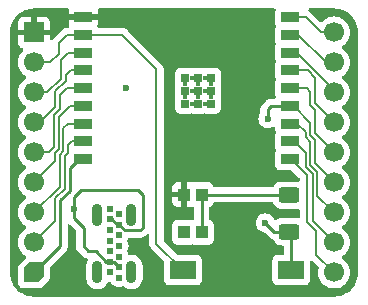
<source format=gbr>
%TF.GenerationSoftware,KiCad,Pcbnew,8.0.4*%
%TF.CreationDate,2024-07-30T11:12:02-04:00*%
%TF.ProjectId,esp32-c3-wroom-socket,65737033-322d-4633-932d-77726f6f6d2d,rev?*%
%TF.SameCoordinates,Original*%
%TF.FileFunction,Copper,L1,Top*%
%TF.FilePolarity,Positive*%
%FSLAX46Y46*%
G04 Gerber Fmt 4.6, Leading zero omitted, Abs format (unit mm)*
G04 Created by KiCad (PCBNEW 8.0.4) date 2024-07-30 11:12:02*
%MOMM*%
%LPD*%
G01*
G04 APERTURE LIST*
G04 Aperture macros list*
%AMRoundRect*
0 Rectangle with rounded corners*
0 $1 Rounding radius*
0 $2 $3 $4 $5 $6 $7 $8 $9 X,Y pos of 4 corners*
0 Add a 4 corners polygon primitive as box body*
4,1,4,$2,$3,$4,$5,$6,$7,$8,$9,$2,$3,0*
0 Add four circle primitives for the rounded corners*
1,1,$1+$1,$2,$3*
1,1,$1+$1,$4,$5*
1,1,$1+$1,$6,$7*
1,1,$1+$1,$8,$9*
0 Add four rect primitives between the rounded corners*
20,1,$1+$1,$2,$3,$4,$5,0*
20,1,$1+$1,$4,$5,$6,$7,0*
20,1,$1+$1,$6,$7,$8,$9,0*
20,1,$1+$1,$8,$9,$2,$3,0*%
%AMOutline5P*
0 Free polygon, 5 corners , with rotation*
0 The origin of the aperture is its center*
0 number of corners: always 5*
0 $1 to $10 corner X, Y*
0 $11 Rotation angle, in degrees counterclockwise*
0 create outline with 5 corners*
4,1,5,$1,$2,$3,$4,$5,$6,$7,$8,$9,$10,$1,$2,$11*%
%AMOutline6P*
0 Free polygon, 6 corners , with rotation*
0 The origin of the aperture is its center*
0 number of corners: always 6*
0 $1 to $12 corner X, Y*
0 $13 Rotation angle, in degrees counterclockwise*
0 create outline with 6 corners*
4,1,6,$1,$2,$3,$4,$5,$6,$7,$8,$9,$10,$11,$12,$1,$2,$13*%
%AMOutline7P*
0 Free polygon, 7 corners , with rotation*
0 The origin of the aperture is its center*
0 number of corners: always 7*
0 $1 to $14 corner X, Y*
0 $15 Rotation angle, in degrees counterclockwise*
0 create outline with 7 corners*
4,1,7,$1,$2,$3,$4,$5,$6,$7,$8,$9,$10,$11,$12,$13,$14,$1,$2,$15*%
%AMOutline8P*
0 Free polygon, 8 corners , with rotation*
0 The origin of the aperture is its center*
0 number of corners: always 8*
0 $1 to $16 corner X, Y*
0 $17 Rotation angle, in degrees counterclockwise*
0 create outline with 8 corners*
4,1,8,$1,$2,$3,$4,$5,$6,$7,$8,$9,$10,$11,$12,$13,$14,$15,$16,$1,$2,$17*%
G04 Aperture macros list end*
%TA.AperFunction,SMDPad,CuDef*%
%ADD10R,1.500000X0.900000*%
%TD*%
%TA.AperFunction,SMDPad,CuDef*%
%ADD11R,0.700000X0.700000*%
%TD*%
%TA.AperFunction,ComponentPad*%
%ADD12C,0.400000*%
%TD*%
%TA.AperFunction,SMDPad,CuDef*%
%ADD13R,1.041400X1.117600*%
%TD*%
%TA.AperFunction,ComponentPad*%
%ADD14C,0.609600*%
%TD*%
%TA.AperFunction,ComponentPad*%
%ADD15O,0.914400X1.905000*%
%TD*%
%TA.AperFunction,SMDPad,CuDef*%
%ADD16R,2.180000X1.600000*%
%TD*%
%TA.AperFunction,ComponentPad*%
%ADD17R,1.700000X1.700000*%
%TD*%
%TA.AperFunction,ComponentPad*%
%ADD18C,1.700000*%
%TD*%
%TA.AperFunction,ComponentPad*%
%ADD19Outline6P,-0.850000X0.340000X-0.340000X0.850000X0.850000X0.850000X0.850000X-0.340000X0.340000X-0.850000X-0.850000X-0.850000X0.000000*%
%TD*%
%TA.AperFunction,SMDPad,CuDef*%
%ADD20RoundRect,0.250000X0.625000X-0.400000X0.625000X0.400000X-0.625000X0.400000X-0.625000X-0.400000X0*%
%TD*%
%TA.AperFunction,ViaPad*%
%ADD21C,0.600000*%
%TD*%
%TA.AperFunction,Conductor*%
%ADD22C,0.250000*%
%TD*%
%TA.AperFunction,Conductor*%
%ADD23C,0.200000*%
%TD*%
G04 APERTURE END LIST*
D10*
%TO.P,U1,1,3V3*%
%TO.N,3V3*%
X148190000Y-58200000D03*
%TO.P,U1,2,EN*%
%TO.N,EN*%
X148190000Y-59700000D03*
%TO.P,U1,3,IO4*%
%TO.N,GPIO4*%
X148190000Y-61200000D03*
%TO.P,U1,4,IO5*%
%TO.N,GPIO5*%
X148190000Y-62700000D03*
%TO.P,U1,5,IO6*%
%TO.N,GPIO6*%
X148190000Y-64200000D03*
%TO.P,U1,6,IO7*%
%TO.N,GPIO7*%
X148190000Y-65700000D03*
%TO.P,U1,7,IO8*%
%TO.N,GPIO8*%
X148190000Y-67200000D03*
%TO.P,U1,8,IO9*%
%TO.N,GPIO9*%
X148190000Y-68700000D03*
%TO.P,U1,9,GND*%
%TO.N,GND*%
X148190000Y-70200000D03*
%TO.P,U1,10,IO10*%
%TO.N,GPIO10*%
X165690000Y-70200000D03*
%TO.P,U1,11,RXD*%
%TO.N,UART-RX*%
X165690000Y-68700000D03*
%TO.P,U1,12,TXD*%
%TO.N,UART-TX*%
X165690000Y-67200000D03*
%TO.P,U1,13,IO18*%
%TO.N,USB_D-*%
X165690000Y-65700000D03*
%TO.P,U1,14,IO19*%
%TO.N,USB_D+*%
X165690000Y-64200000D03*
%TO.P,U1,15,IO3*%
%TO.N,GPIO3*%
X165690000Y-62700000D03*
%TO.P,U1,16,IO2*%
%TO.N,GPIO2*%
X165690000Y-61200000D03*
%TO.P,U1,17,IO1*%
%TO.N,GPIO1*%
X165690000Y-59700000D03*
%TO.P,U1,18,IO0*%
%TO.N,GPIO0*%
X165690000Y-58200000D03*
D11*
%TO.P,U1,19,GND__1*%
%TO.N,GND*%
X156800000Y-63300000D03*
%TO.P,U1,20,GND__2*%
X157900000Y-63300000D03*
%TO.P,U1,21,GND__3*%
X159000000Y-63300000D03*
%TO.P,U1,22,GND__4*%
X156800000Y-64400000D03*
%TO.P,U1,23,GND__5*%
X157900000Y-64400000D03*
%TO.P,U1,24,GND__6*%
X159000000Y-64400000D03*
%TO.P,U1,25,GND__7*%
X156800000Y-65500000D03*
%TO.P,U1,26,GND__8*%
X157900000Y-65500000D03*
%TO.P,U1,27,GND__9*%
X159000000Y-65500000D03*
D12*
%TO.P,U1,28,GND__10*%
X157350000Y-63300000D03*
%TO.P,U1,29,GND__11*%
X158450000Y-63300000D03*
%TO.P,U1,30,GND__12*%
X156800000Y-63850000D03*
%TO.P,U1,31,GND__13*%
X157900000Y-63850000D03*
%TO.P,U1,32,GND__14*%
X159000000Y-63850000D03*
%TO.P,U1,33,GND__15*%
X157350000Y-64400000D03*
%TO.P,U1,34,GND__16*%
X158450000Y-64400000D03*
%TO.P,U1,35,GND__17*%
X156800000Y-64950000D03*
%TO.P,U1,36,GND__18*%
X157900000Y-64950000D03*
%TO.P,U1,37,GND__19*%
X159000000Y-64950000D03*
%TO.P,U1,38,GND__20*%
X157350000Y-65500000D03*
%TO.P,U1,39,GND__21*%
X158450000Y-65500000D03*
%TD*%
D13*
%TO.P,LED1,1,GND*%
%TO.N,Net-(LED1-GND-Pad1)*%
X158200000Y-73200000D03*
%TO.P,LED1,2,RED*%
%TO.N,3V3*%
X156699998Y-73200000D03*
%TO.P,LED1,3,GRN*%
%TO.N,unconnected-(LED1-GRN-Pad3)*%
X156699998Y-76400400D03*
%TO.P,LED1,4,GND*%
%TO.N,Net-(LED1-GND-Pad1)*%
X158200000Y-76400400D03*
%TD*%
D14*
%TO.P,J3,A1,GND*%
%TO.N,GND*%
X150419999Y-79799999D03*
%TO.P,J3,A4,VBUS*%
%TO.N,VBUS*%
X150419999Y-78899998D03*
%TO.P,J3,A5,CC1*%
%TO.N,Net-(J3-CC1)*%
X150419999Y-78000000D03*
%TO.P,J3,A6,DP1*%
%TO.N,USB_D+*%
X150419999Y-77099999D03*
%TO.P,J3,A7,DN1*%
%TO.N,USB_D-*%
X150419999Y-76199999D03*
%TO.P,J3,A9,VBUS*%
%TO.N,VBUS*%
X150419999Y-75300000D03*
%TO.P,J3,A12,GND*%
%TO.N,GND*%
X150419999Y-74400000D03*
%TO.P,J3,B1,GND*%
X151200000Y-74850000D03*
%TO.P,J3,B4,VBUS*%
%TO.N,VBUS*%
X151200000Y-75750000D03*
%TO.P,J3,B5,CC2*%
%TO.N,Net-(J3-CC2)*%
X151200000Y-76650000D03*
%TO.P,J3,B6,DP2*%
%TO.N,USB_D+*%
X151200000Y-77550000D03*
%TO.P,J3,B7,DN2*%
%TO.N,USB_D-*%
X151200000Y-78450000D03*
%TO.P,J3,B9,VBUS*%
%TO.N,VBUS*%
X151200000Y-79350000D03*
%TO.P,J3,B12,GND*%
%TO.N,GND*%
X151200000Y-80250000D03*
D15*
%TO.P,J3,S_1*%
%TO.N,N/C*%
X149379999Y-79749999D03*
%TO.P,J3,S_2*%
X152239999Y-79749999D03*
%TO.P,J3,S_3*%
X149379999Y-74950000D03*
%TO.P,J3,S_4*%
X152239999Y-74950000D03*
%TD*%
D16*
%TO.P,SW1,1,1*%
%TO.N,GND*%
X165790000Y-79600000D03*
%TO.P,SW1,2,2*%
%TO.N,EN*%
X156610000Y-79600000D03*
%TD*%
D17*
%TO.P,J2,1*%
%TO.N,3V3*%
X144010000Y-59480000D03*
D18*
%TO.P,J2,2*%
%TO.N,EN*%
X144010000Y-62020000D03*
%TO.P,J2,3*%
%TO.N,GPIO4*%
X144010000Y-64560000D03*
%TO.P,J2,4*%
%TO.N,GPIO5*%
X144010000Y-67100000D03*
%TO.P,J2,5*%
%TO.N,GPIO6*%
X144010000Y-69640000D03*
%TO.P,J2,6*%
%TO.N,GPIO7*%
X144010000Y-72180000D03*
%TO.P,J2,7*%
%TO.N,GPIO8*%
X144010000Y-74720000D03*
%TO.P,J2,8*%
%TO.N,GPIO9*%
X144010000Y-77260000D03*
D19*
%TO.P,J2,9*%
%TO.N,GND*%
X144010000Y-79800000D03*
D18*
%TO.P,J2,10*%
%TO.N,GPIO10*%
X169410000Y-79800000D03*
%TO.P,J2,11*%
%TO.N,UART-RX*%
X169410000Y-77260000D03*
%TO.P,J2,12*%
%TO.N,UART-TX*%
X169410000Y-74720000D03*
%TO.P,J2,13*%
%TO.N,USB_D-*%
X169410000Y-72180000D03*
%TO.P,J2,14*%
%TO.N,USB_D+*%
X169410000Y-69640000D03*
%TO.P,J2,15*%
%TO.N,GPIO3*%
X169410000Y-67100000D03*
%TO.P,J2,16*%
%TO.N,GPIO2*%
X169410000Y-64560000D03*
%TO.P,J2,17*%
%TO.N,GPIO1*%
X169410000Y-62020000D03*
%TO.P,J2,18*%
%TO.N,GPIO0*%
X169410000Y-59480000D03*
%TD*%
D20*
%TO.P,R4,1*%
%TO.N,GND*%
X165600000Y-76350000D03*
%TO.P,R4,2*%
%TO.N,Net-(LED1-GND-Pad1)*%
X165600000Y-73250000D03*
%TD*%
D21*
%TO.N,GND*%
X163600000Y-75600000D03*
X151800000Y-64200000D03*
%TO.N,VBUS*%
X147400000Y-74400000D03*
%TO.N,USB_D-*%
X163800000Y-66800000D03*
%TD*%
D22*
%TO.N,Net-(LED1-GND-Pad1)*%
X165550000Y-73200000D02*
X165600000Y-73250000D01*
X158200000Y-73200000D02*
X165550000Y-73200000D01*
X158200000Y-76400400D02*
X158200000Y-73200000D01*
%TO.N,GND*%
X164350000Y-76350000D02*
X163600000Y-75600000D01*
X165600000Y-76350000D02*
X164350000Y-76350000D01*
X165790000Y-76540000D02*
X165600000Y-76350000D01*
X165790000Y-79600000D02*
X165790000Y-76540000D01*
D23*
%TO.N,GPIO3*%
X167200000Y-62700000D02*
X167800000Y-63300000D01*
X165690000Y-62700000D02*
X167200000Y-62700000D01*
X167800000Y-63300000D02*
X167800000Y-65490000D01*
X167800000Y-65490000D02*
X169410000Y-67100000D01*
D22*
%TO.N,GND*%
X147025000Y-70975000D02*
X147025000Y-72871726D01*
X148190000Y-70200000D02*
X147800000Y-70200000D01*
X147025000Y-72871726D02*
X146225000Y-73671726D01*
X165550000Y-79360000D02*
X165790000Y-79600000D01*
X146225000Y-77585000D02*
X144010000Y-79800000D01*
X147800000Y-70200000D02*
X147025000Y-70975000D01*
X146225000Y-73671726D02*
X146225000Y-77585000D01*
D23*
%TO.N,GPIO2*%
X165690000Y-61200000D02*
X166300000Y-61200000D01*
X166300000Y-61200000D02*
X169410000Y-64310000D01*
X169410000Y-64310000D02*
X169410000Y-64560000D01*
%TO.N,GPIO1*%
X165690000Y-59700000D02*
X166400000Y-59700000D01*
X166400000Y-59700000D02*
X168720000Y-62020000D01*
X168720000Y-62020000D02*
X169410000Y-62020000D01*
%TO.N,GPIO0*%
X168280000Y-59480000D02*
X167000000Y-58200000D01*
X167000000Y-58200000D02*
X165690000Y-58200000D01*
X169410000Y-59480000D02*
X168280000Y-59480000D01*
%TO.N,GPIO4*%
X148190000Y-61200000D02*
X146900000Y-61200000D01*
X146900000Y-61200000D02*
X146300000Y-61800000D01*
X146300000Y-63400000D02*
X145140000Y-64560000D01*
X146300000Y-61800000D02*
X146300000Y-63400000D01*
X145140000Y-64560000D02*
X144010000Y-64560000D01*
D22*
%TO.N,VBUS*%
X150582551Y-75300000D02*
X151032551Y-75750000D01*
X147400000Y-75200000D02*
X148200000Y-76000000D01*
X151677500Y-76227500D02*
X151200000Y-75750000D01*
X152800000Y-72800000D02*
X153200000Y-73200000D01*
X153200000Y-73200000D02*
X153200000Y-76000000D01*
X150749998Y-78899998D02*
X150419999Y-78899998D01*
X148000000Y-72800000D02*
X152800000Y-72800000D01*
X152972500Y-76227500D02*
X151677500Y-76227500D01*
X148200000Y-76000000D02*
X148200000Y-77600000D01*
X153200000Y-76000000D02*
X152972500Y-76227500D01*
X151032551Y-75750000D02*
X151200000Y-75750000D01*
X147400000Y-74400000D02*
X147400000Y-73400000D01*
X149231498Y-78000000D02*
X150131496Y-78899998D01*
X148200000Y-77600000D02*
X148600000Y-78000000D01*
X150131496Y-78899998D02*
X150429325Y-78899998D01*
X147400000Y-73400000D02*
X148000000Y-72800000D01*
X150749998Y-78899998D02*
X151200000Y-79350000D01*
X147400000Y-74400000D02*
X147400000Y-75200000D01*
X148600000Y-78000000D02*
X149231498Y-78000000D01*
X150419999Y-78899998D02*
X150600000Y-78899998D01*
D23*
%TO.N,GPIO7*%
X148190000Y-65700000D02*
X147015686Y-65700000D01*
X146100000Y-66615686D02*
X146100000Y-69358628D01*
X146100000Y-69358628D02*
X145800000Y-69658628D01*
X145800000Y-69658628D02*
X145800000Y-70390000D01*
X147015686Y-65700000D02*
X146100000Y-66615686D01*
X145800000Y-70390000D02*
X144010000Y-72180000D01*
%TO.N,USB_D+*%
X167800000Y-66055686D02*
X167800000Y-68030000D01*
X165690000Y-64200000D02*
X167100000Y-64200000D01*
X167800000Y-68030000D02*
X169410000Y-69640000D01*
X167400000Y-64500000D02*
X167400000Y-65655686D01*
X167100000Y-64200000D02*
X167400000Y-64500000D01*
X167400000Y-65655686D02*
X167800000Y-66055686D01*
%TO.N,UART-RX*%
X167000000Y-69710000D02*
X167000000Y-70901372D01*
X167600000Y-71501372D02*
X167600000Y-75450000D01*
X165990000Y-68700000D02*
X167000000Y-69710000D01*
X165690000Y-68700000D02*
X165990000Y-68700000D01*
X167000000Y-70901372D02*
X167600000Y-71501372D01*
X167600000Y-75450000D02*
X169410000Y-77260000D01*
D22*
%TO.N,USB_D-*%
X164100000Y-65700000D02*
X165690000Y-65700000D01*
D23*
X167400000Y-67110000D02*
X167400000Y-68195686D01*
X167400000Y-68195686D02*
X167800000Y-68595686D01*
D22*
X163800000Y-66800000D02*
X163800000Y-66000000D01*
D23*
X165690000Y-65700000D02*
X165990000Y-65700000D01*
X167800000Y-68595686D02*
X167800000Y-70570000D01*
X165990000Y-65700000D02*
X167400000Y-67110000D01*
X167800000Y-70570000D02*
X169410000Y-72180000D01*
D22*
X163800000Y-66000000D02*
X164100000Y-65700000D01*
D23*
%TO.N,GPIO5*%
X148190000Y-62700000D02*
X147100000Y-62700000D01*
X145800000Y-65784314D02*
X144484314Y-67100000D01*
X146700000Y-63100000D02*
X146700000Y-63565686D01*
X146700000Y-63565686D02*
X145800000Y-64465686D01*
X145800000Y-64465686D02*
X145800000Y-65784314D01*
X144484314Y-67100000D02*
X144010000Y-67100000D01*
X147100000Y-62700000D02*
X146700000Y-63100000D01*
%TO.N,GPIO8*%
X146500000Y-67600000D02*
X146499999Y-69524314D01*
X148190000Y-67200000D02*
X146900000Y-67200000D01*
X146499999Y-69524314D02*
X146200000Y-69824313D01*
X146900000Y-67200000D02*
X146500000Y-67600000D01*
X146200000Y-69824313D02*
X146200000Y-72530000D01*
X146200000Y-72530000D02*
X144010000Y-74720000D01*
%TO.N,UART-TX*%
X167400000Y-68761372D02*
X167400000Y-70735686D01*
X167400000Y-70735686D02*
X168000000Y-71335686D01*
X165690000Y-67200000D02*
X166300000Y-67200000D01*
X167000000Y-68361372D02*
X167400000Y-68761372D01*
X168000000Y-71335686D02*
X168000000Y-73310000D01*
X167000000Y-67900000D02*
X167000000Y-68361372D01*
X166300000Y-67200000D02*
X167000000Y-67900000D01*
X168000000Y-73310000D02*
X169410000Y-74720000D01*
%TO.N,GPIO10*%
X167900000Y-76315686D02*
X167900000Y-78290000D01*
X165732942Y-70200000D02*
X167100000Y-71567058D01*
X167900000Y-78290000D02*
X169410000Y-79800000D01*
X165690000Y-70200000D02*
X165732942Y-70200000D01*
X167100000Y-71567058D02*
X167100000Y-75515686D01*
X167100000Y-75515686D02*
X167900000Y-76315686D01*
%TO.N,EN*%
X151475000Y-59700000D02*
X148190000Y-59700000D01*
X154375000Y-62600000D02*
X151475000Y-59700000D01*
X146800000Y-59700000D02*
X146100000Y-60400000D01*
X145380000Y-62020000D02*
X144010000Y-62020000D01*
X154375000Y-77365000D02*
X154375000Y-62600000D01*
X156610000Y-79600000D02*
X154375000Y-77365000D01*
X146100000Y-60400000D02*
X146100000Y-61300000D01*
X148190000Y-59700000D02*
X146800000Y-59700000D01*
X146100000Y-61300000D02*
X145380000Y-62020000D01*
%TO.N,GPIO9*%
X148190000Y-68700000D02*
X147200000Y-68700000D01*
X145800000Y-75470000D02*
X144010000Y-77260000D01*
X146600000Y-72695686D02*
X145800000Y-73495686D01*
X147200000Y-68700000D02*
X146900000Y-69000000D01*
X146900000Y-69000000D02*
X146900000Y-69690000D01*
X146665685Y-69924314D02*
X146600000Y-69989999D01*
X145800000Y-73495686D02*
X145800000Y-75470000D01*
X146600000Y-69989999D02*
X146600000Y-72695686D01*
X146900000Y-69690000D02*
X146665685Y-69924314D01*
%TO.N,GPIO6*%
X146200000Y-64800000D02*
X146200000Y-65950000D01*
X145700000Y-69192942D02*
X145252942Y-69640000D01*
X148190000Y-64200000D02*
X146800000Y-64200000D01*
X145700000Y-66450000D02*
X145700000Y-69192942D01*
X145252942Y-69640000D02*
X144010000Y-69640000D01*
X146200000Y-65950000D02*
X145700000Y-66450000D01*
X146800000Y-64200000D02*
X146200000Y-64800000D01*
%TD*%
%TA.AperFunction,Conductor*%
%TO.N,3V3*%
G36*
X146910235Y-57460185D02*
G01*
X146955990Y-57512989D01*
X146965934Y-57582147D01*
X146959378Y-57607833D01*
X146946403Y-57642620D01*
X146946401Y-57642627D01*
X146940000Y-57702155D01*
X146940000Y-57950000D01*
X149440000Y-57950000D01*
X149440000Y-57702172D01*
X149439999Y-57702155D01*
X149433598Y-57642627D01*
X149433596Y-57642620D01*
X149420622Y-57607833D01*
X149415638Y-57538141D01*
X149449123Y-57476818D01*
X149510446Y-57443334D01*
X149536804Y-57440500D01*
X164342663Y-57440500D01*
X164409702Y-57460185D01*
X164455457Y-57512989D01*
X164465401Y-57582147D01*
X164458845Y-57607833D01*
X164445908Y-57642517D01*
X164439501Y-57702116D01*
X164439500Y-57702135D01*
X164439500Y-58697870D01*
X164439501Y-58697876D01*
X164445908Y-58757483D01*
X164499303Y-58900641D01*
X164497575Y-58901285D01*
X164510095Y-58958853D01*
X164498310Y-58998988D01*
X164499303Y-58999359D01*
X164445908Y-59142517D01*
X164439501Y-59202116D01*
X164439500Y-59202135D01*
X164439500Y-60197870D01*
X164439501Y-60197876D01*
X164445908Y-60257483D01*
X164499303Y-60400641D01*
X164497575Y-60401285D01*
X164510095Y-60458853D01*
X164498310Y-60498988D01*
X164499303Y-60499359D01*
X164445908Y-60642517D01*
X164441348Y-60684937D01*
X164439501Y-60702123D01*
X164439500Y-60702135D01*
X164439500Y-61697870D01*
X164439501Y-61697876D01*
X164445908Y-61757483D01*
X164499303Y-61900641D01*
X164497575Y-61901285D01*
X164510095Y-61958853D01*
X164498310Y-61998988D01*
X164499303Y-61999359D01*
X164445908Y-62142517D01*
X164439501Y-62202116D01*
X164439501Y-62202123D01*
X164439500Y-62202135D01*
X164439500Y-63197870D01*
X164439501Y-63197876D01*
X164445908Y-63257483D01*
X164499303Y-63400641D01*
X164497575Y-63401285D01*
X164510095Y-63458853D01*
X164498310Y-63498988D01*
X164499303Y-63499359D01*
X164445908Y-63642517D01*
X164439957Y-63697872D01*
X164439501Y-63702123D01*
X164439500Y-63702135D01*
X164439500Y-64697870D01*
X164439501Y-64697876D01*
X164445908Y-64757483D01*
X164499303Y-64900641D01*
X164497575Y-64901285D01*
X164510095Y-64958853D01*
X164495337Y-65009256D01*
X164495065Y-65009756D01*
X164445737Y-65059239D01*
X164386139Y-65074500D01*
X164161607Y-65074500D01*
X164038393Y-65074500D01*
X164011167Y-65079915D01*
X163983940Y-65085331D01*
X163983939Y-65085330D01*
X163917554Y-65098535D01*
X163917543Y-65098538D01*
X163908881Y-65102127D01*
X163908876Y-65102129D01*
X163803718Y-65145685D01*
X163803715Y-65145687D01*
X163803714Y-65145688D01*
X163764232Y-65172070D01*
X163701268Y-65214140D01*
X163677579Y-65237830D01*
X163614142Y-65301267D01*
X163614139Y-65301270D01*
X163401270Y-65514139D01*
X163401267Y-65514142D01*
X163357704Y-65557704D01*
X163314142Y-65601266D01*
X163281247Y-65650498D01*
X163281246Y-65650500D01*
X163245687Y-65703714D01*
X163233129Y-65734035D01*
X163220329Y-65764937D01*
X163220329Y-65764938D01*
X163198536Y-65817549D01*
X163198536Y-65817551D01*
X163197273Y-65823902D01*
X163176973Y-65925965D01*
X163175817Y-65931777D01*
X163175815Y-65931785D01*
X163174501Y-65938388D01*
X163174500Y-65938399D01*
X163174500Y-66255145D01*
X163155494Y-66321117D01*
X163074211Y-66450476D01*
X163014631Y-66620745D01*
X163014630Y-66620750D01*
X162994435Y-66799996D01*
X162994435Y-66800003D01*
X163014630Y-66979249D01*
X163014631Y-66979254D01*
X163074211Y-67149523D01*
X163160499Y-67286849D01*
X163170184Y-67302262D01*
X163297738Y-67429816D01*
X163450478Y-67525789D01*
X163558693Y-67563655D01*
X163620745Y-67585368D01*
X163620750Y-67585369D01*
X163799996Y-67605565D01*
X163800000Y-67605565D01*
X163800004Y-67605565D01*
X163979249Y-67585369D01*
X163979252Y-67585368D01*
X163979255Y-67585368D01*
X164149522Y-67525789D01*
X164249528Y-67462950D01*
X164316764Y-67443950D01*
X164383599Y-67464317D01*
X164428813Y-67517585D01*
X164439500Y-67567943D01*
X164439500Y-67697869D01*
X164439501Y-67697876D01*
X164445908Y-67757483D01*
X164499303Y-67900641D01*
X164497575Y-67901285D01*
X164510095Y-67958853D01*
X164498310Y-67998988D01*
X164499303Y-67999359D01*
X164445908Y-68142517D01*
X164439501Y-68202116D01*
X164439501Y-68202123D01*
X164439500Y-68202135D01*
X164439500Y-69197870D01*
X164439501Y-69197876D01*
X164445908Y-69257483D01*
X164499303Y-69400641D01*
X164497575Y-69401285D01*
X164510095Y-69458853D01*
X164498310Y-69498988D01*
X164499303Y-69499359D01*
X164445908Y-69642517D01*
X164439501Y-69702116D01*
X164439501Y-69702123D01*
X164439500Y-69702135D01*
X164439500Y-70697870D01*
X164439501Y-70697876D01*
X164445908Y-70757483D01*
X164496202Y-70892328D01*
X164496206Y-70892335D01*
X164582452Y-71007544D01*
X164582455Y-71007547D01*
X164697664Y-71093793D01*
X164697671Y-71093797D01*
X164832517Y-71144091D01*
X164832516Y-71144091D01*
X164839444Y-71144835D01*
X164892127Y-71150500D01*
X165782844Y-71150499D01*
X165849883Y-71170183D01*
X165870525Y-71186818D01*
X166463181Y-71779474D01*
X166496666Y-71840797D01*
X166499500Y-71867155D01*
X166499500Y-71985120D01*
X166479815Y-72052159D01*
X166427011Y-72097914D01*
X166362898Y-72108478D01*
X166275011Y-72099500D01*
X164924998Y-72099500D01*
X164924981Y-72099501D01*
X164822203Y-72110000D01*
X164822200Y-72110001D01*
X164655668Y-72165185D01*
X164655663Y-72165187D01*
X164506342Y-72257289D01*
X164382289Y-72381342D01*
X164365640Y-72408335D01*
X164307861Y-72502011D01*
X164299481Y-72515597D01*
X164247533Y-72562321D01*
X164193942Y-72574500D01*
X159316098Y-72574500D01*
X159249059Y-72554815D01*
X159203304Y-72502011D01*
X159199916Y-72493833D01*
X159164497Y-72398871D01*
X159164493Y-72398864D01*
X159078247Y-72283655D01*
X159078244Y-72283652D01*
X158963035Y-72197406D01*
X158963028Y-72197402D01*
X158828182Y-72147108D01*
X158828183Y-72147108D01*
X158768583Y-72140701D01*
X158768581Y-72140700D01*
X158768573Y-72140700D01*
X158768564Y-72140700D01*
X157631429Y-72140700D01*
X157631423Y-72140701D01*
X157571816Y-72147108D01*
X157492616Y-72176648D01*
X157422924Y-72181632D01*
X157405951Y-72176648D01*
X157328077Y-72147603D01*
X157328070Y-72147601D01*
X157268542Y-72141200D01*
X156949998Y-72141200D01*
X156949998Y-74258800D01*
X157268526Y-74258800D01*
X157268542Y-74258799D01*
X157328075Y-74252397D01*
X157328077Y-74252397D01*
X157405949Y-74223352D01*
X157475641Y-74218367D01*
X157492565Y-74223331D01*
X157493790Y-74223789D01*
X157549738Y-74265637D01*
X157574181Y-74331091D01*
X157574500Y-74339986D01*
X157574500Y-75260413D01*
X157554815Y-75327452D01*
X157502011Y-75373207D01*
X157493658Y-75376660D01*
X157493157Y-75376846D01*
X157423458Y-75381725D01*
X157406667Y-75376781D01*
X157328183Y-75347509D01*
X157328181Y-75347508D01*
X157268581Y-75341101D01*
X157268579Y-75341100D01*
X157268571Y-75341100D01*
X157268562Y-75341100D01*
X156131427Y-75341100D01*
X156131421Y-75341101D01*
X156071814Y-75347508D01*
X155936969Y-75397802D01*
X155936962Y-75397806D01*
X155821753Y-75484052D01*
X155821750Y-75484055D01*
X155735504Y-75599264D01*
X155735500Y-75599271D01*
X155685206Y-75734117D01*
X155680354Y-75779254D01*
X155678799Y-75793723D01*
X155678798Y-75793735D01*
X155678798Y-77007070D01*
X155678799Y-77007076D01*
X155685206Y-77066683D01*
X155735500Y-77201528D01*
X155735504Y-77201535D01*
X155821750Y-77316744D01*
X155821753Y-77316747D01*
X155936962Y-77402993D01*
X155936969Y-77402997D01*
X156071815Y-77453291D01*
X156071814Y-77453291D01*
X156078742Y-77454035D01*
X156131425Y-77459700D01*
X157268570Y-77459699D01*
X157328181Y-77453291D01*
X157375199Y-77435753D01*
X157406665Y-77424018D01*
X157476356Y-77419033D01*
X157493322Y-77424013D01*
X157571817Y-77453291D01*
X157631427Y-77459700D01*
X158768572Y-77459699D01*
X158828183Y-77453291D01*
X158963031Y-77402996D01*
X159078246Y-77316746D01*
X159164496Y-77201531D01*
X159214791Y-77066683D01*
X159221200Y-77007073D01*
X159221199Y-75793728D01*
X159214791Y-75734117D01*
X159206435Y-75711714D01*
X159164497Y-75599271D01*
X159164493Y-75599264D01*
X159078247Y-75484055D01*
X159078244Y-75484052D01*
X158963035Y-75397806D01*
X158963028Y-75397802D01*
X158906167Y-75376595D01*
X158850234Y-75334724D01*
X158825816Y-75269260D01*
X158825500Y-75260413D01*
X158825500Y-74339986D01*
X158845185Y-74272947D01*
X158897989Y-74227192D01*
X158906141Y-74223814D01*
X158963031Y-74202596D01*
X159078246Y-74116346D01*
X159164496Y-74001131D01*
X159176356Y-73969333D01*
X159199916Y-73906167D01*
X159241787Y-73850233D01*
X159307252Y-73825816D01*
X159316098Y-73825500D01*
X164152983Y-73825500D01*
X164220022Y-73845185D01*
X164265777Y-73897989D01*
X164270686Y-73910489D01*
X164290186Y-73969333D01*
X164290187Y-73969336D01*
X164309798Y-74001131D01*
X164382288Y-74118656D01*
X164506344Y-74242712D01*
X164655666Y-74334814D01*
X164822203Y-74389999D01*
X164924991Y-74400500D01*
X166275008Y-74400499D01*
X166362900Y-74391520D01*
X166431590Y-74404289D01*
X166482475Y-74452170D01*
X166499500Y-74514878D01*
X166499500Y-75085120D01*
X166479815Y-75152159D01*
X166427011Y-75197914D01*
X166362898Y-75208478D01*
X166275011Y-75199500D01*
X164924998Y-75199500D01*
X164924981Y-75199501D01*
X164822203Y-75210000D01*
X164822200Y-75210001D01*
X164655668Y-75265185D01*
X164655659Y-75265189D01*
X164519798Y-75348989D01*
X164452406Y-75367429D01*
X164385742Y-75346506D01*
X164340973Y-75292864D01*
X164337660Y-75284403D01*
X164325790Y-75250479D01*
X164247592Y-75126028D01*
X164229816Y-75097738D01*
X164102262Y-74970184D01*
X164001034Y-74906578D01*
X163949523Y-74874211D01*
X163779254Y-74814631D01*
X163779249Y-74814630D01*
X163600004Y-74794435D01*
X163599996Y-74794435D01*
X163420750Y-74814630D01*
X163420745Y-74814631D01*
X163250476Y-74874211D01*
X163097737Y-74970184D01*
X162970184Y-75097737D01*
X162874211Y-75250476D01*
X162814631Y-75420745D01*
X162814630Y-75420750D01*
X162794435Y-75599996D01*
X162794435Y-75600003D01*
X162814630Y-75779249D01*
X162814631Y-75779254D01*
X162874211Y-75949523D01*
X162929176Y-76036998D01*
X162970184Y-76102262D01*
X163097738Y-76229816D01*
X163184121Y-76284094D01*
X163249239Y-76325011D01*
X163250478Y-76325789D01*
X163420745Y-76385368D01*
X163467823Y-76390672D01*
X163532236Y-76417737D01*
X163541621Y-76426211D01*
X163861016Y-76745606D01*
X163861045Y-76745637D01*
X163951263Y-76835855D01*
X163951267Y-76835858D01*
X164053707Y-76904307D01*
X164053713Y-76904310D01*
X164053714Y-76904311D01*
X164167548Y-76951463D01*
X164176535Y-76953250D01*
X164186218Y-76955177D01*
X164248129Y-76987562D01*
X164279732Y-77037788D01*
X164290186Y-77069334D01*
X164382288Y-77218656D01*
X164506344Y-77342712D01*
X164655666Y-77434814D01*
X164822203Y-77489999D01*
X164924991Y-77500500D01*
X165040500Y-77500499D01*
X165107539Y-77520183D01*
X165153294Y-77572987D01*
X165164500Y-77624499D01*
X165164500Y-78175500D01*
X165144815Y-78242539D01*
X165092011Y-78288294D01*
X165040500Y-78299500D01*
X164652129Y-78299500D01*
X164652123Y-78299501D01*
X164592516Y-78305908D01*
X164457671Y-78356202D01*
X164457664Y-78356206D01*
X164342455Y-78442452D01*
X164342452Y-78442455D01*
X164256206Y-78557664D01*
X164256202Y-78557671D01*
X164205908Y-78692517D01*
X164199501Y-78752116D01*
X164199501Y-78752123D01*
X164199500Y-78752135D01*
X164199500Y-80447870D01*
X164199501Y-80447876D01*
X164205908Y-80507483D01*
X164256202Y-80642328D01*
X164256206Y-80642335D01*
X164342452Y-80757544D01*
X164342455Y-80757547D01*
X164457664Y-80843793D01*
X164457671Y-80843797D01*
X164592517Y-80894091D01*
X164592516Y-80894091D01*
X164599444Y-80894835D01*
X164652127Y-80900500D01*
X166927872Y-80900499D01*
X166987483Y-80894091D01*
X167122331Y-80843796D01*
X167237546Y-80757546D01*
X167323796Y-80642331D01*
X167374091Y-80507483D01*
X167380500Y-80447873D01*
X167380499Y-78919095D01*
X167400184Y-78852057D01*
X167452987Y-78806302D01*
X167522146Y-78796358D01*
X167585702Y-78825383D01*
X167592180Y-78831415D01*
X168077233Y-79316468D01*
X168110718Y-79377791D01*
X168109327Y-79436241D01*
X168074939Y-79564583D01*
X168074936Y-79564596D01*
X168054341Y-79799999D01*
X168054341Y-79800000D01*
X168074936Y-80035403D01*
X168074938Y-80035413D01*
X168136094Y-80263655D01*
X168136096Y-80263659D01*
X168136097Y-80263663D01*
X168229946Y-80464922D01*
X168235965Y-80477830D01*
X168235967Y-80477834D01*
X168323958Y-80603497D01*
X168371505Y-80671401D01*
X168538599Y-80838495D01*
X168617998Y-80894091D01*
X168732165Y-80974032D01*
X168732167Y-80974033D01*
X168732170Y-80974035D01*
X168946337Y-81073903D01*
X169174592Y-81135063D01*
X169351034Y-81150500D01*
X169409999Y-81155659D01*
X169410000Y-81155659D01*
X169410001Y-81155659D01*
X169468966Y-81150500D01*
X169645408Y-81135063D01*
X169873663Y-81073903D01*
X170087830Y-80974035D01*
X170281401Y-80838495D01*
X170448495Y-80671401D01*
X170584035Y-80477830D01*
X170683903Y-80263663D01*
X170745063Y-80035408D01*
X170765659Y-79800000D01*
X170745063Y-79564592D01*
X170683903Y-79336337D01*
X170584035Y-79122171D01*
X170481226Y-78975343D01*
X170448494Y-78928597D01*
X170281402Y-78761506D01*
X170281396Y-78761501D01*
X170095842Y-78631575D01*
X170052217Y-78576998D01*
X170045023Y-78507500D01*
X170076546Y-78445145D01*
X170095842Y-78428425D01*
X170123022Y-78409393D01*
X170281401Y-78298495D01*
X170448495Y-78131401D01*
X170584035Y-77937830D01*
X170683903Y-77723663D01*
X170745063Y-77495408D01*
X170765659Y-77260000D01*
X170745063Y-77024592D01*
X170695865Y-76840981D01*
X170683905Y-76796344D01*
X170683904Y-76796343D01*
X170683903Y-76796337D01*
X170584035Y-76582171D01*
X170571607Y-76564421D01*
X170448494Y-76388597D01*
X170281402Y-76221506D01*
X170281396Y-76221501D01*
X170095842Y-76091575D01*
X170052217Y-76036998D01*
X170045023Y-75967500D01*
X170076546Y-75905145D01*
X170095842Y-75888425D01*
X170231073Y-75793735D01*
X170281401Y-75758495D01*
X170448495Y-75591401D01*
X170584035Y-75397830D01*
X170683903Y-75183663D01*
X170745063Y-74955408D01*
X170765659Y-74720000D01*
X170745063Y-74484592D01*
X170683903Y-74256337D01*
X170584035Y-74042171D01*
X170581795Y-74038971D01*
X170448494Y-73848597D01*
X170281402Y-73681506D01*
X170281396Y-73681501D01*
X170095842Y-73551575D01*
X170052217Y-73496998D01*
X170045023Y-73427500D01*
X170076546Y-73365145D01*
X170095842Y-73348425D01*
X170118026Y-73332891D01*
X170281401Y-73218495D01*
X170448495Y-73051401D01*
X170584035Y-72857830D01*
X170683903Y-72643663D01*
X170745063Y-72415408D01*
X170765659Y-72180000D01*
X170745063Y-71944592D01*
X170683903Y-71716337D01*
X170584035Y-71502171D01*
X170448495Y-71308599D01*
X170448494Y-71308597D01*
X170281402Y-71141506D01*
X170281396Y-71141501D01*
X170095842Y-71011575D01*
X170052217Y-70956998D01*
X170045023Y-70887500D01*
X170076546Y-70825145D01*
X170095842Y-70808425D01*
X170118026Y-70792891D01*
X170281401Y-70678495D01*
X170448495Y-70511401D01*
X170584035Y-70317830D01*
X170683903Y-70103663D01*
X170745063Y-69875408D01*
X170765659Y-69640000D01*
X170745063Y-69404592D01*
X170689674Y-69197876D01*
X170683905Y-69176344D01*
X170683904Y-69176343D01*
X170683903Y-69176337D01*
X170584035Y-68962171D01*
X170499500Y-68841441D01*
X170448494Y-68768597D01*
X170281402Y-68601506D01*
X170281396Y-68601501D01*
X170095842Y-68471575D01*
X170052217Y-68416998D01*
X170045023Y-68347500D01*
X170076546Y-68285145D01*
X170095842Y-68268425D01*
X170118026Y-68252891D01*
X170281401Y-68138495D01*
X170448495Y-67971401D01*
X170584035Y-67777830D01*
X170683903Y-67563663D01*
X170745063Y-67335408D01*
X170765659Y-67100000D01*
X170745063Y-66864592D01*
X170683903Y-66636337D01*
X170584035Y-66422171D01*
X170533850Y-66350498D01*
X170448494Y-66228597D01*
X170281402Y-66061506D01*
X170281396Y-66061501D01*
X170095842Y-65931575D01*
X170052217Y-65876998D01*
X170045023Y-65807500D01*
X170076546Y-65745145D01*
X170095842Y-65728425D01*
X170207133Y-65650498D01*
X170281401Y-65598495D01*
X170448495Y-65431401D01*
X170584035Y-65237830D01*
X170683903Y-65023663D01*
X170745063Y-64795408D01*
X170765659Y-64560000D01*
X170745063Y-64324592D01*
X170683903Y-64096337D01*
X170584035Y-63882171D01*
X170561844Y-63850478D01*
X170448494Y-63688597D01*
X170281402Y-63521506D01*
X170281396Y-63521501D01*
X170095842Y-63391575D01*
X170052217Y-63336998D01*
X170045023Y-63267500D01*
X170076546Y-63205145D01*
X170095842Y-63188425D01*
X170148913Y-63151264D01*
X170281401Y-63058495D01*
X170448495Y-62891401D01*
X170584035Y-62697830D01*
X170683903Y-62483663D01*
X170745063Y-62255408D01*
X170765659Y-62020000D01*
X170745063Y-61784592D01*
X170683903Y-61556337D01*
X170584035Y-61342171D01*
X170544428Y-61285605D01*
X170448494Y-61148597D01*
X170281402Y-60981506D01*
X170281396Y-60981501D01*
X170095842Y-60851575D01*
X170052217Y-60796998D01*
X170045023Y-60727500D01*
X170076546Y-60665145D01*
X170095842Y-60648425D01*
X170220039Y-60561461D01*
X170281401Y-60518495D01*
X170448495Y-60351401D01*
X170584035Y-60157830D01*
X170683903Y-59943663D01*
X170745063Y-59715408D01*
X170765659Y-59480000D01*
X170745063Y-59244592D01*
X170683903Y-59016337D01*
X170584035Y-58802171D01*
X170580265Y-58796786D01*
X170448494Y-58608597D01*
X170281402Y-58441506D01*
X170281395Y-58441501D01*
X170087834Y-58305967D01*
X170087830Y-58305965D01*
X170016727Y-58272809D01*
X169873663Y-58206097D01*
X169873659Y-58206096D01*
X169873655Y-58206094D01*
X169645413Y-58144938D01*
X169645403Y-58144936D01*
X169410001Y-58124341D01*
X169409999Y-58124341D01*
X169174596Y-58144936D01*
X169174586Y-58144938D01*
X168946344Y-58206094D01*
X168946335Y-58206098D01*
X168732171Y-58305964D01*
X168732169Y-58305965D01*
X168538597Y-58441505D01*
X168402350Y-58577753D01*
X168341027Y-58611238D01*
X168271335Y-58606254D01*
X168226988Y-58577753D01*
X167487590Y-57838355D01*
X167487588Y-57838352D01*
X167368717Y-57719481D01*
X167368716Y-57719480D01*
X167286283Y-57671888D01*
X167238067Y-57621321D01*
X167224843Y-57552714D01*
X167250811Y-57487849D01*
X167307725Y-57447320D01*
X167348282Y-57440500D01*
X169344108Y-57440500D01*
X169405933Y-57440500D01*
X169414042Y-57440765D01*
X169436774Y-57442254D01*
X169668114Y-57457417D01*
X169684172Y-57459532D01*
X169929888Y-57508408D01*
X169945554Y-57512606D01*
X170063709Y-57552714D01*
X170182788Y-57593136D01*
X170197765Y-57599339D01*
X170406177Y-57702116D01*
X170422460Y-57710146D01*
X170436507Y-57718256D01*
X170477649Y-57745746D01*
X170644815Y-57857443D01*
X170657679Y-57867314D01*
X170846033Y-58032497D01*
X170857502Y-58043966D01*
X171022685Y-58232320D01*
X171032559Y-58245188D01*
X171171743Y-58453492D01*
X171179853Y-58467539D01*
X171290657Y-58692227D01*
X171296864Y-58707213D01*
X171377393Y-58944445D01*
X171381591Y-58960111D01*
X171422617Y-59166358D01*
X171429729Y-59202116D01*
X171430465Y-59205813D01*
X171432583Y-59221895D01*
X171449235Y-59475956D01*
X171449500Y-59484066D01*
X171449500Y-79795933D01*
X171449235Y-79804043D01*
X171432583Y-80058104D01*
X171430465Y-80074186D01*
X171381591Y-80319888D01*
X171377393Y-80335554D01*
X171296864Y-80572786D01*
X171290657Y-80587772D01*
X171179853Y-80812460D01*
X171171743Y-80826507D01*
X171032559Y-81034811D01*
X171022685Y-81047679D01*
X170857502Y-81236033D01*
X170846033Y-81247502D01*
X170657679Y-81412685D01*
X170644811Y-81422559D01*
X170436507Y-81561743D01*
X170422460Y-81569853D01*
X170197772Y-81680657D01*
X170182786Y-81686864D01*
X169945554Y-81767393D01*
X169929888Y-81771591D01*
X169684186Y-81820465D01*
X169668104Y-81822583D01*
X169414043Y-81839235D01*
X169405933Y-81839500D01*
X144014067Y-81839500D01*
X144005957Y-81839235D01*
X143751895Y-81822583D01*
X143735814Y-81820465D01*
X143700770Y-81813494D01*
X143490111Y-81771591D01*
X143474445Y-81767393D01*
X143237213Y-81686864D01*
X143222227Y-81680657D01*
X142997539Y-81569853D01*
X142983492Y-81561743D01*
X142775188Y-81422559D01*
X142762320Y-81412685D01*
X142573966Y-81247502D01*
X142562497Y-81236033D01*
X142437941Y-81094005D01*
X142397311Y-81047675D01*
X142387440Y-81034811D01*
X142386149Y-81032879D01*
X142248256Y-80826507D01*
X142240146Y-80812460D01*
X142213065Y-80757546D01*
X142129339Y-80587765D01*
X142123135Y-80572786D01*
X142106796Y-80524654D01*
X142100967Y-80507482D01*
X142042606Y-80335554D01*
X142038408Y-80319888D01*
X142027224Y-80263663D01*
X141989532Y-80074172D01*
X141987417Y-80058114D01*
X141970765Y-79804042D01*
X141970500Y-79795933D01*
X141970500Y-62019999D01*
X142654341Y-62019999D01*
X142654341Y-62020000D01*
X142674936Y-62255403D01*
X142674938Y-62255413D01*
X142736094Y-62483655D01*
X142736096Y-62483659D01*
X142736097Y-62483663D01*
X142833291Y-62692096D01*
X142835965Y-62697830D01*
X142835967Y-62697834D01*
X142971501Y-62891395D01*
X142971506Y-62891402D01*
X143138597Y-63058493D01*
X143138603Y-63058498D01*
X143324158Y-63188425D01*
X143367783Y-63243002D01*
X143374977Y-63312500D01*
X143343454Y-63374855D01*
X143324158Y-63391575D01*
X143138597Y-63521505D01*
X142971505Y-63688597D01*
X142835965Y-63882169D01*
X142835964Y-63882171D01*
X142736098Y-64096335D01*
X142736094Y-64096344D01*
X142674938Y-64324586D01*
X142674936Y-64324596D01*
X142654341Y-64559999D01*
X142654341Y-64560000D01*
X142674936Y-64795403D01*
X142674938Y-64795413D01*
X142736094Y-65023655D01*
X142736096Y-65023659D01*
X142736097Y-65023663D01*
X142805300Y-65172069D01*
X142835965Y-65237830D01*
X142835967Y-65237834D01*
X142971501Y-65431395D01*
X142971506Y-65431402D01*
X143138597Y-65598493D01*
X143138603Y-65598498D01*
X143324158Y-65728425D01*
X143367783Y-65783002D01*
X143374977Y-65852500D01*
X143343454Y-65914855D01*
X143324158Y-65931575D01*
X143138597Y-66061505D01*
X142971505Y-66228597D01*
X142835965Y-66422169D01*
X142835964Y-66422171D01*
X142736098Y-66636335D01*
X142736094Y-66636344D01*
X142674938Y-66864586D01*
X142674936Y-66864596D01*
X142654341Y-67099999D01*
X142654341Y-67100000D01*
X142674936Y-67335403D01*
X142674938Y-67335413D01*
X142736094Y-67563655D01*
X142736096Y-67563659D01*
X142736097Y-67563663D01*
X142798682Y-67697876D01*
X142835965Y-67777830D01*
X142835967Y-67777834D01*
X142971501Y-67971395D01*
X142971506Y-67971402D01*
X143138597Y-68138493D01*
X143138603Y-68138498D01*
X143324158Y-68268425D01*
X143367783Y-68323002D01*
X143374977Y-68392500D01*
X143343454Y-68454855D01*
X143324158Y-68471575D01*
X143138597Y-68601505D01*
X142971505Y-68768597D01*
X142835965Y-68962169D01*
X142835964Y-68962171D01*
X142736098Y-69176335D01*
X142736094Y-69176344D01*
X142674938Y-69404586D01*
X142674936Y-69404596D01*
X142654341Y-69639999D01*
X142654341Y-69640000D01*
X142674936Y-69875403D01*
X142674938Y-69875413D01*
X142736094Y-70103655D01*
X142736096Y-70103659D01*
X142736097Y-70103663D01*
X142835965Y-70317830D01*
X142835967Y-70317834D01*
X142971501Y-70511395D01*
X142971506Y-70511402D01*
X143138597Y-70678493D01*
X143138603Y-70678498D01*
X143324158Y-70808425D01*
X143367783Y-70863002D01*
X143374977Y-70932500D01*
X143343454Y-70994855D01*
X143324158Y-71011575D01*
X143138597Y-71141505D01*
X142971505Y-71308597D01*
X142835965Y-71502169D01*
X142835964Y-71502171D01*
X142736098Y-71716335D01*
X142736094Y-71716344D01*
X142674938Y-71944586D01*
X142674936Y-71944596D01*
X142654341Y-72179999D01*
X142654341Y-72180000D01*
X142674936Y-72415403D01*
X142674938Y-72415413D01*
X142736094Y-72643655D01*
X142736096Y-72643659D01*
X142736097Y-72643663D01*
X142768962Y-72714141D01*
X142835965Y-72857830D01*
X142835967Y-72857834D01*
X142971501Y-73051395D01*
X142971506Y-73051402D01*
X143138597Y-73218493D01*
X143138603Y-73218498D01*
X143324158Y-73348425D01*
X143367783Y-73403002D01*
X143374977Y-73472500D01*
X143343454Y-73534855D01*
X143324158Y-73551575D01*
X143138597Y-73681505D01*
X142971505Y-73848597D01*
X142835965Y-74042169D01*
X142835964Y-74042171D01*
X142736098Y-74256335D01*
X142736094Y-74256344D01*
X142674938Y-74484586D01*
X142674936Y-74484596D01*
X142654341Y-74719999D01*
X142654341Y-74720000D01*
X142674936Y-74955403D01*
X142674938Y-74955413D01*
X142736094Y-75183655D01*
X142736096Y-75183659D01*
X142736097Y-75183663D01*
X142812500Y-75347509D01*
X142835965Y-75397830D01*
X142835967Y-75397834D01*
X142971501Y-75591395D01*
X142971506Y-75591402D01*
X143138597Y-75758493D01*
X143138603Y-75758498D01*
X143324158Y-75888425D01*
X143367783Y-75943002D01*
X143374977Y-76012500D01*
X143343454Y-76074855D01*
X143324158Y-76091575D01*
X143138597Y-76221505D01*
X142971505Y-76388597D01*
X142835965Y-76582169D01*
X142835964Y-76582171D01*
X142736098Y-76796335D01*
X142736094Y-76796344D01*
X142674938Y-77024586D01*
X142674936Y-77024596D01*
X142654341Y-77259999D01*
X142654341Y-77260000D01*
X142674936Y-77495403D01*
X142674938Y-77495413D01*
X142736094Y-77723655D01*
X142736096Y-77723659D01*
X142736097Y-77723663D01*
X142834192Y-77934027D01*
X142835965Y-77937830D01*
X142835967Y-77937834D01*
X142971501Y-78131395D01*
X142971506Y-78131402D01*
X143138597Y-78298493D01*
X143138603Y-78298498D01*
X143178838Y-78326671D01*
X143292130Y-78405999D01*
X143296978Y-78409393D01*
X143340603Y-78463970D01*
X143347797Y-78533468D01*
X143316274Y-78595823D01*
X143313536Y-78598649D01*
X142777117Y-79135067D01*
X142777108Y-79135077D01*
X142725135Y-79201984D01*
X142670060Y-79334949D01*
X142670060Y-79334950D01*
X142659500Y-79419019D01*
X142659500Y-80697870D01*
X142659501Y-80697876D01*
X142665908Y-80757483D01*
X142716202Y-80892328D01*
X142716206Y-80892335D01*
X142802452Y-81007544D01*
X142802455Y-81007547D01*
X142917664Y-81093793D01*
X142917671Y-81093797D01*
X143052517Y-81144091D01*
X143052516Y-81144091D01*
X143059444Y-81144835D01*
X143112127Y-81150500D01*
X144390975Y-81150499D01*
X144475050Y-81139940D01*
X144608016Y-81084863D01*
X144674935Y-81032879D01*
X145242884Y-80464931D01*
X145294864Y-80398016D01*
X145349940Y-80265049D01*
X145360500Y-80180977D01*
X145360499Y-79385450D01*
X145380183Y-79318412D01*
X145396813Y-79297775D01*
X146623729Y-78070860D01*
X146623733Y-78070858D01*
X146710858Y-77983733D01*
X146768289Y-77897782D01*
X146779312Y-77881286D01*
X146820250Y-77782451D01*
X146826463Y-77767452D01*
X146835173Y-77723663D01*
X146847517Y-77661606D01*
X146847517Y-77661601D01*
X146850500Y-77646607D01*
X146850500Y-77523393D01*
X146850500Y-75834452D01*
X146870185Y-75767413D01*
X146922989Y-75721658D01*
X146992147Y-75711714D01*
X147055703Y-75740739D01*
X147062181Y-75746771D01*
X147538181Y-76222771D01*
X147571666Y-76284094D01*
X147574500Y-76310452D01*
X147574500Y-77661606D01*
X147574499Y-77661609D01*
X147586086Y-77719854D01*
X147586086Y-77719857D01*
X147586087Y-77719857D01*
X147586087Y-77719858D01*
X147595553Y-77767452D01*
X147597791Y-77778701D01*
X147598537Y-77782452D01*
X147645685Y-77896281D01*
X147645687Y-77896285D01*
X147645688Y-77896286D01*
X147650436Y-77903391D01*
X147650439Y-77903401D01*
X147650442Y-77903400D01*
X147714140Y-77998731D01*
X147714141Y-77998732D01*
X147714142Y-77998733D01*
X147801267Y-78085858D01*
X147801268Y-78085858D01*
X147808335Y-78092925D01*
X147808334Y-78092925D01*
X147808337Y-78092927D01*
X148114141Y-78398732D01*
X148114142Y-78398733D01*
X148157861Y-78442452D01*
X148201269Y-78485860D01*
X148201271Y-78485861D01*
X148292173Y-78546600D01*
X148292174Y-78546600D01*
X148303714Y-78554311D01*
X148417548Y-78601463D01*
X148453656Y-78608645D01*
X148515566Y-78641028D01*
X148550141Y-78701743D01*
X148546403Y-78771513D01*
X148532575Y-78799140D01*
X148531305Y-78801040D01*
X148531292Y-78801064D01*
X148459104Y-78975343D01*
X148459101Y-78975355D01*
X148422299Y-79160369D01*
X148422299Y-80339628D01*
X148459101Y-80524642D01*
X148459104Y-80524654D01*
X148531292Y-80698933D01*
X148531299Y-80698946D01*
X148636104Y-80855796D01*
X148636107Y-80855800D01*
X148769497Y-80989190D01*
X148769501Y-80989193D01*
X148926351Y-81093998D01*
X148926364Y-81094005D01*
X149100643Y-81166193D01*
X149100648Y-81166195D01*
X149285669Y-81202998D01*
X149285672Y-81202999D01*
X149285674Y-81202999D01*
X149474326Y-81202999D01*
X149474327Y-81202998D01*
X149659350Y-81166195D01*
X149833640Y-81094002D01*
X149990497Y-80989193D01*
X150123893Y-80855797D01*
X150228702Y-80698940D01*
X150236561Y-80679965D01*
X150280396Y-80625565D01*
X150346689Y-80603497D01*
X150364996Y-80604197D01*
X150419999Y-80610395D01*
X150420001Y-80610394D01*
X150420252Y-80610423D01*
X150484666Y-80637490D01*
X150511361Y-80667669D01*
X150530341Y-80697876D01*
X150566406Y-80755273D01*
X150694725Y-80883592D01*
X150694731Y-80883597D01*
X150848374Y-80980138D01*
X150848377Y-80980140D01*
X150848381Y-80980141D01*
X150848382Y-80980142D01*
X150999096Y-81032879D01*
X151019670Y-81040078D01*
X151019675Y-81040079D01*
X151199996Y-81060396D01*
X151200000Y-81060396D01*
X151200004Y-81060396D01*
X151380324Y-81040079D01*
X151380327Y-81040078D01*
X151380330Y-81040078D01*
X151535442Y-80985801D01*
X151605221Y-80982241D01*
X151645288Y-80999742D01*
X151786351Y-81093998D01*
X151786364Y-81094005D01*
X151960643Y-81166193D01*
X151960648Y-81166195D01*
X152145669Y-81202998D01*
X152145672Y-81202999D01*
X152145674Y-81202999D01*
X152334326Y-81202999D01*
X152334327Y-81202998D01*
X152519350Y-81166195D01*
X152693640Y-81094002D01*
X152850497Y-80989193D01*
X152983893Y-80855797D01*
X153088702Y-80698940D01*
X153160895Y-80524650D01*
X153197699Y-80339624D01*
X153197699Y-79160374D01*
X153197699Y-79160371D01*
X153197698Y-79160369D01*
X153192667Y-79135077D01*
X153160895Y-78975348D01*
X153133867Y-78910097D01*
X153088705Y-78801064D01*
X153088698Y-78801051D01*
X152983893Y-78644201D01*
X152983890Y-78644197D01*
X152850500Y-78510807D01*
X152850496Y-78510804D01*
X152693646Y-78405999D01*
X152693633Y-78405992D01*
X152519354Y-78333804D01*
X152519342Y-78333801D01*
X152334327Y-78296999D01*
X152334324Y-78296999D01*
X152145674Y-78296999D01*
X152114796Y-78303141D01*
X152045205Y-78296912D01*
X151990028Y-78254049D01*
X151973565Y-78222480D01*
X151930142Y-78098382D01*
X151909778Y-78065973D01*
X151890777Y-77998737D01*
X151909778Y-77934027D01*
X151930142Y-77901618D01*
X151937257Y-77881283D01*
X151990078Y-77730330D01*
X151990829Y-77723664D01*
X152010396Y-77550003D01*
X152010396Y-77549996D01*
X151990079Y-77369675D01*
X151990077Y-77369667D01*
X151930142Y-77198381D01*
X151909778Y-77165973D01*
X151890777Y-77098737D01*
X151909778Y-77034027D01*
X151930141Y-77001620D01*
X151941464Y-76969260D01*
X151953086Y-76936045D01*
X151993807Y-76879270D01*
X152058760Y-76853522D01*
X152070128Y-76853000D01*
X153034107Y-76853000D01*
X153094529Y-76840981D01*
X153154952Y-76828963D01*
X153154955Y-76828961D01*
X153154958Y-76828961D01*
X153188287Y-76815154D01*
X153188286Y-76815154D01*
X153188292Y-76815152D01*
X153268786Y-76781812D01*
X153331953Y-76739604D01*
X153371233Y-76713358D01*
X153458358Y-76626233D01*
X153458358Y-76626231D01*
X153468566Y-76616024D01*
X153468566Y-76616022D01*
X153562821Y-76521768D01*
X153624143Y-76488286D01*
X153693834Y-76493270D01*
X153749768Y-76535142D01*
X153774184Y-76600607D01*
X153774500Y-76609452D01*
X153774500Y-77278330D01*
X153774499Y-77278348D01*
X153774499Y-77444054D01*
X153774498Y-77444054D01*
X153815423Y-77596785D01*
X153815424Y-77596788D01*
X153818011Y-77601268D01*
X153818014Y-77601273D01*
X153894477Y-77733712D01*
X153894481Y-77733717D01*
X154013349Y-77852585D01*
X154013355Y-77852590D01*
X154983181Y-78822416D01*
X155016666Y-78883739D01*
X155019500Y-78910097D01*
X155019500Y-80447870D01*
X155019501Y-80447876D01*
X155025908Y-80507483D01*
X155076202Y-80642328D01*
X155076206Y-80642335D01*
X155162452Y-80757544D01*
X155162455Y-80757547D01*
X155277664Y-80843793D01*
X155277671Y-80843797D01*
X155412517Y-80894091D01*
X155412516Y-80894091D01*
X155419444Y-80894835D01*
X155472127Y-80900500D01*
X157747872Y-80900499D01*
X157807483Y-80894091D01*
X157942331Y-80843796D01*
X158057546Y-80757546D01*
X158143796Y-80642331D01*
X158194091Y-80507483D01*
X158200500Y-80447873D01*
X158200499Y-78752128D01*
X158194091Y-78692517D01*
X158176070Y-78644201D01*
X158143797Y-78557671D01*
X158143793Y-78557664D01*
X158057547Y-78442455D01*
X158057544Y-78442452D01*
X157942335Y-78356206D01*
X157942328Y-78356202D01*
X157807482Y-78305908D01*
X157807483Y-78305908D01*
X157747883Y-78299501D01*
X157747881Y-78299500D01*
X157747873Y-78299500D01*
X157747865Y-78299500D01*
X156210097Y-78299500D01*
X156143058Y-78279815D01*
X156122416Y-78263181D01*
X155011819Y-77152584D01*
X154978334Y-77091261D01*
X154975500Y-77064903D01*
X154975500Y-73806644D01*
X155679298Y-73806644D01*
X155685699Y-73866172D01*
X155685701Y-73866179D01*
X155735943Y-74000886D01*
X155735947Y-74000893D01*
X155822107Y-74115987D01*
X155822110Y-74115990D01*
X155937204Y-74202150D01*
X155937211Y-74202154D01*
X156071918Y-74252396D01*
X156071925Y-74252398D01*
X156131453Y-74258799D01*
X156131470Y-74258800D01*
X156449998Y-74258800D01*
X156449998Y-73450000D01*
X155679298Y-73450000D01*
X155679298Y-73806644D01*
X154975500Y-73806644D01*
X154975500Y-72593355D01*
X155679298Y-72593355D01*
X155679298Y-72950000D01*
X156449998Y-72950000D01*
X156449998Y-72141200D01*
X156131453Y-72141200D01*
X156071925Y-72147601D01*
X156071918Y-72147603D01*
X155937211Y-72197845D01*
X155937204Y-72197849D01*
X155822110Y-72284009D01*
X155822107Y-72284012D01*
X155735947Y-72399106D01*
X155735943Y-72399113D01*
X155685701Y-72533820D01*
X155685699Y-72533827D01*
X155679298Y-72593355D01*
X154975500Y-72593355D01*
X154975500Y-62902135D01*
X155949500Y-62902135D01*
X155949500Y-63697870D01*
X155949501Y-63697876D01*
X155955908Y-63757482D01*
X155969004Y-63792593D01*
X155974252Y-63806665D01*
X155974253Y-63806666D01*
X155979237Y-63876358D01*
X155974253Y-63893331D01*
X155955909Y-63942514D01*
X155955908Y-63942516D01*
X155949501Y-64002116D01*
X155949501Y-64002123D01*
X155949500Y-64002135D01*
X155949500Y-64797870D01*
X155949501Y-64797876D01*
X155955908Y-64857482D01*
X155958230Y-64863707D01*
X155974252Y-64906665D01*
X155974253Y-64906666D01*
X155979237Y-64976358D01*
X155974253Y-64993331D01*
X155955909Y-65042514D01*
X155955908Y-65042516D01*
X155949501Y-65102116D01*
X155949500Y-65102127D01*
X155949500Y-65897870D01*
X155949501Y-65897876D01*
X155955908Y-65957483D01*
X156006202Y-66092328D01*
X156006206Y-66092335D01*
X156092452Y-66207544D01*
X156092455Y-66207547D01*
X156207664Y-66293793D01*
X156207671Y-66293797D01*
X156342517Y-66344091D01*
X156342516Y-66344091D01*
X156349444Y-66344835D01*
X156402127Y-66350500D01*
X157197872Y-66350499D01*
X157257483Y-66344091D01*
X157306665Y-66325746D01*
X157376355Y-66320761D01*
X157393333Y-66325747D01*
X157442508Y-66344088D01*
X157442511Y-66344088D01*
X157442517Y-66344091D01*
X157502127Y-66350500D01*
X158297872Y-66350499D01*
X158357483Y-66344091D01*
X158406665Y-66325746D01*
X158476355Y-66320761D01*
X158493333Y-66325747D01*
X158542508Y-66344088D01*
X158542511Y-66344088D01*
X158542517Y-66344091D01*
X158602127Y-66350500D01*
X159397872Y-66350499D01*
X159457483Y-66344091D01*
X159592331Y-66293796D01*
X159707546Y-66207546D01*
X159793796Y-66092331D01*
X159844091Y-65957483D01*
X159850500Y-65897873D01*
X159850499Y-65102128D01*
X159844091Y-65042517D01*
X159831872Y-65009756D01*
X159825747Y-64993334D01*
X159820762Y-64923643D01*
X159825747Y-64906665D01*
X159831093Y-64892331D01*
X159844091Y-64857483D01*
X159850500Y-64797873D01*
X159850499Y-64002128D01*
X159844091Y-63942517D01*
X159825747Y-63893334D01*
X159820762Y-63823643D01*
X159825747Y-63806665D01*
X159844089Y-63757488D01*
X159844091Y-63757483D01*
X159850500Y-63697873D01*
X159850499Y-62902128D01*
X159844091Y-62842517D01*
X159797527Y-62717673D01*
X159793797Y-62707671D01*
X159793793Y-62707664D01*
X159707547Y-62592455D01*
X159707544Y-62592452D01*
X159592335Y-62506206D01*
X159592328Y-62506202D01*
X159457482Y-62455908D01*
X159457483Y-62455908D01*
X159397883Y-62449501D01*
X159397881Y-62449500D01*
X159397873Y-62449500D01*
X159397864Y-62449500D01*
X158602129Y-62449500D01*
X158602123Y-62449501D01*
X158542516Y-62455908D01*
X158493332Y-62474253D01*
X158423640Y-62479237D01*
X158406667Y-62474253D01*
X158357482Y-62455908D01*
X158357483Y-62455908D01*
X158297883Y-62449501D01*
X158297881Y-62449500D01*
X158297873Y-62449500D01*
X158297864Y-62449500D01*
X157502129Y-62449500D01*
X157502123Y-62449501D01*
X157442516Y-62455908D01*
X157393332Y-62474253D01*
X157323640Y-62479237D01*
X157306667Y-62474253D01*
X157257482Y-62455908D01*
X157257483Y-62455908D01*
X157197883Y-62449501D01*
X157197881Y-62449500D01*
X157197873Y-62449500D01*
X157197864Y-62449500D01*
X156402129Y-62449500D01*
X156402123Y-62449501D01*
X156342516Y-62455908D01*
X156207671Y-62506202D01*
X156207664Y-62506206D01*
X156092455Y-62592452D01*
X156092452Y-62592455D01*
X156006206Y-62707664D01*
X156006202Y-62707671D01*
X155955908Y-62842517D01*
X155955240Y-62848735D01*
X155949501Y-62902123D01*
X155949500Y-62902135D01*
X154975500Y-62902135D01*
X154975500Y-62520942D01*
X154970027Y-62500519D01*
X154970026Y-62500515D01*
X154956357Y-62449500D01*
X154934577Y-62368216D01*
X154869445Y-62255403D01*
X154855524Y-62231290D01*
X154855521Y-62231286D01*
X154855520Y-62231284D01*
X154743716Y-62119480D01*
X154743715Y-62119479D01*
X154739385Y-62115149D01*
X154739374Y-62115139D01*
X151962590Y-59338355D01*
X151962588Y-59338352D01*
X151843717Y-59219481D01*
X151843716Y-59219480D01*
X151756904Y-59169360D01*
X151756904Y-59169359D01*
X151756900Y-59169358D01*
X151706785Y-59140423D01*
X151554057Y-59099499D01*
X151395943Y-59099499D01*
X151388347Y-59099499D01*
X151388331Y-59099500D01*
X149504141Y-59099500D01*
X149437102Y-59079815D01*
X149391347Y-59027011D01*
X149387969Y-59018859D01*
X149383796Y-59007669D01*
X149383794Y-59007666D01*
X149380695Y-58999357D01*
X149382263Y-58998771D01*
X149369616Y-58940624D01*
X149381312Y-58900793D01*
X149380253Y-58900398D01*
X149433597Y-58757376D01*
X149433598Y-58757372D01*
X149439999Y-58697844D01*
X149440000Y-58697827D01*
X149440000Y-58450000D01*
X146940000Y-58450000D01*
X146940000Y-58697844D01*
X146946401Y-58757372D01*
X146946403Y-58757379D01*
X146999746Y-58900399D01*
X146997930Y-58901076D01*
X147010383Y-58958316D01*
X146998429Y-58999030D01*
X146999304Y-58999357D01*
X146996204Y-59007669D01*
X146992969Y-59016344D01*
X146992041Y-59018831D01*
X146950170Y-59074766D01*
X146884706Y-59099184D01*
X146875858Y-59099500D01*
X146720940Y-59099500D01*
X146680019Y-59110464D01*
X146680019Y-59110465D01*
X146642751Y-59120451D01*
X146568214Y-59140423D01*
X146568209Y-59140426D01*
X146431290Y-59219475D01*
X146431282Y-59219481D01*
X145619479Y-60031284D01*
X145591388Y-60079942D01*
X145540821Y-60128158D01*
X145472214Y-60141382D01*
X145407349Y-60115414D01*
X145366820Y-60058500D01*
X145360000Y-60017943D01*
X145360000Y-59730000D01*
X144443012Y-59730000D01*
X144475925Y-59672993D01*
X144510000Y-59545826D01*
X144510000Y-59414174D01*
X144475925Y-59287007D01*
X144443012Y-59230000D01*
X145360000Y-59230000D01*
X145360000Y-58582172D01*
X145359999Y-58582155D01*
X145353598Y-58522627D01*
X145353596Y-58522620D01*
X145303354Y-58387913D01*
X145303350Y-58387906D01*
X145217190Y-58272812D01*
X145217187Y-58272809D01*
X145102093Y-58186649D01*
X145102086Y-58186645D01*
X144967379Y-58136403D01*
X144967372Y-58136401D01*
X144907844Y-58130000D01*
X144260000Y-58130000D01*
X144260000Y-59046988D01*
X144202993Y-59014075D01*
X144075826Y-58980000D01*
X143944174Y-58980000D01*
X143817007Y-59014075D01*
X143760000Y-59046988D01*
X143760000Y-58130000D01*
X143112155Y-58130000D01*
X143052627Y-58136401D01*
X143052620Y-58136403D01*
X142917913Y-58186645D01*
X142917906Y-58186649D01*
X142802812Y-58272809D01*
X142802809Y-58272812D01*
X142716649Y-58387906D01*
X142716645Y-58387913D01*
X142666403Y-58522620D01*
X142666401Y-58522627D01*
X142660000Y-58582155D01*
X142660000Y-59230000D01*
X143576988Y-59230000D01*
X143544075Y-59287007D01*
X143510000Y-59414174D01*
X143510000Y-59545826D01*
X143544075Y-59672993D01*
X143576988Y-59730000D01*
X142660000Y-59730000D01*
X142660000Y-60377844D01*
X142666401Y-60437372D01*
X142666403Y-60437379D01*
X142716645Y-60572086D01*
X142716649Y-60572093D01*
X142802809Y-60687187D01*
X142802812Y-60687190D01*
X142917906Y-60773350D01*
X142917913Y-60773354D01*
X143049470Y-60822421D01*
X143105403Y-60864292D01*
X143129821Y-60929756D01*
X143114970Y-60998029D01*
X143093819Y-61026284D01*
X142971503Y-61148600D01*
X142835965Y-61342169D01*
X142835964Y-61342171D01*
X142736098Y-61556335D01*
X142736094Y-61556344D01*
X142674938Y-61784586D01*
X142674936Y-61784596D01*
X142654341Y-62019999D01*
X141970500Y-62019999D01*
X141970500Y-59484066D01*
X141970765Y-59475957D01*
X141970974Y-59472759D01*
X141987417Y-59221883D01*
X141989531Y-59205829D01*
X142038409Y-58960107D01*
X142042606Y-58944445D01*
X142089532Y-58806204D01*
X142123138Y-58707205D01*
X142129336Y-58692239D01*
X142240149Y-58467533D01*
X142248252Y-58453498D01*
X142387448Y-58245176D01*
X142397305Y-58232331D01*
X142562502Y-58043960D01*
X142573960Y-58032502D01*
X142762331Y-57867305D01*
X142775176Y-57857448D01*
X142983498Y-57718252D01*
X142997533Y-57710149D01*
X143222239Y-57599336D01*
X143237205Y-57593138D01*
X143404945Y-57536197D01*
X143474445Y-57512606D01*
X143490107Y-57508409D01*
X143735829Y-57459531D01*
X143751883Y-57457417D01*
X143984848Y-57442148D01*
X144005958Y-57440765D01*
X144014067Y-57440500D01*
X144075892Y-57440500D01*
X146843196Y-57440500D01*
X146910235Y-57460185D01*
G37*
%TD.AperFunction*%
%TD*%
M02*

</source>
